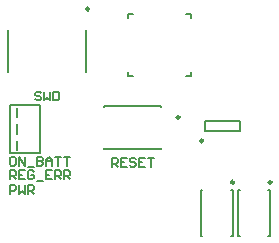
<source format=gto>
G04*
G04 #@! TF.GenerationSoftware,Altium Limited,Altium Designer,21.9.2 (33)*
G04*
G04 Layer_Color=65535*
%FSLAX25Y25*%
%MOIN*%
G70*
G04*
G04 #@! TF.SameCoordinates,1223ADA4-3529-4512-854F-09A9CE28B868*
G04*
G04*
G04 #@! TF.FilePolarity,Positive*
G04*
G01*
G75*
%ADD10C,0.01000*%
%ADD11C,0.00984*%
%ADD12C,0.00787*%
%ADD13C,0.00800*%
%ADD14C,0.00600*%
D10*
X30500Y-6500D02*
G03*
X30500Y-6500I-500J0D01*
G01*
D11*
X68504Y-50421D02*
G03*
X68504Y-50421I-492J0D01*
G01*
X60650Y-42654D02*
G03*
X60650Y-42654I-492J0D01*
G01*
X78807Y-64264D02*
G03*
X78807Y-64264I-492J0D01*
G01*
X91307D02*
G03*
X91307Y-64264I-492J0D01*
G01*
D12*
X43567Y-28933D02*
X45043D01*
X43567D02*
Y-27457D01*
Y-9543D02*
Y-8067D01*
X45043D01*
X62957D02*
X64433D01*
Y-9543D02*
Y-8067D01*
X62957Y-28933D02*
X64433D01*
Y-27457D01*
X29591Y-27488D02*
Y-13512D01*
X3409D02*
X3567D01*
X29433D02*
X29591D01*
X3409Y-27488D02*
Y-13512D01*
Y-27488D02*
X3567D01*
X29433D02*
X29591D01*
X6500Y-53575D02*
Y-50425D01*
Y-48075D02*
Y-44925D01*
X69095Y-47272D02*
Y-43728D01*
X80905Y-47272D02*
Y-43728D01*
X69095Y-47272D02*
X80905D01*
X69095Y-43728D02*
X80905D01*
X54449Y-39209D02*
Y-38913D01*
Y-53087D02*
Y-52791D01*
X35551Y-53087D02*
X54449D01*
X35551Y-39209D02*
Y-38913D01*
Y-53087D02*
Y-52791D01*
Y-38913D02*
X54449D01*
X67685Y-82177D02*
X68276D01*
X67685Y-66823D02*
X68276D01*
X77724Y-82177D02*
X78315D01*
X77724Y-66823D02*
X78315D01*
X67685Y-82177D02*
Y-66823D01*
X78315Y-82177D02*
Y-66823D01*
X80185Y-82177D02*
X80776D01*
X80185Y-66823D02*
X80776D01*
X90224Y-82177D02*
X90815D01*
X90224Y-66823D02*
X90815D01*
X80185Y-82177D02*
Y-66823D01*
X90815Y-82177D02*
Y-66823D01*
X6500Y-42575D02*
Y-39425D01*
D13*
X4000Y-54500D02*
X14000D01*
X4000D02*
Y-38500D01*
X14000D01*
Y-54500D02*
Y-38500D01*
X14501Y-34500D02*
X14001Y-34001D01*
X13001D01*
X12501Y-34500D01*
Y-35000D01*
X13001Y-35500D01*
X14001D01*
X14501Y-36000D01*
Y-36500D01*
X14001Y-36999D01*
X13001D01*
X12501Y-36500D01*
X15500Y-34001D02*
Y-36999D01*
X16500Y-36000D01*
X17500Y-36999D01*
Y-34001D01*
X18499D02*
Y-36999D01*
X19999D01*
X20499Y-36500D01*
Y-34500D01*
X19999Y-34001D01*
X18499D01*
X38002Y-59000D02*
Y-56001D01*
X39502D01*
X40002Y-56500D01*
Y-57500D01*
X39502Y-58000D01*
X38002D01*
X39002D02*
X40002Y-59000D01*
X43001Y-56001D02*
X41001D01*
Y-59000D01*
X43001D01*
X41001Y-57500D02*
X42001D01*
X46000Y-56500D02*
X45500Y-56001D01*
X44500D01*
X44000Y-56500D01*
Y-57000D01*
X44500Y-57500D01*
X45500D01*
X46000Y-58000D01*
Y-58500D01*
X45500Y-59000D01*
X44500D01*
X44000Y-58500D01*
X48999Y-56001D02*
X46999D01*
Y-59000D01*
X48999D01*
X46999Y-57500D02*
X47999D01*
X49998Y-56001D02*
X51998D01*
X50998D01*
Y-59000D01*
D14*
X4100Y-68000D02*
Y-65000D01*
X5599D01*
X6099Y-65500D01*
Y-66500D01*
X5599Y-67000D01*
X4100D01*
X7099Y-65000D02*
Y-68000D01*
X8099Y-67000D01*
X9098Y-68000D01*
Y-65000D01*
X10098Y-68000D02*
Y-65000D01*
X11598D01*
X12097Y-65500D01*
Y-66500D01*
X11598Y-67000D01*
X10098D01*
X11098D02*
X12097Y-68000D01*
X4100Y-63250D02*
Y-60251D01*
X5599D01*
X6099Y-60750D01*
Y-61750D01*
X5599Y-62250D01*
X4100D01*
X5100D02*
X6099Y-63250D01*
X9098Y-60251D02*
X7099D01*
Y-63250D01*
X9098D01*
X7099Y-61750D02*
X8099D01*
X12097Y-60750D02*
X11598Y-60251D01*
X10598D01*
X10098Y-60750D01*
Y-62750D01*
X10598Y-63250D01*
X11598D01*
X12097Y-62750D01*
Y-61750D01*
X11098D01*
X13097Y-63749D02*
X15096D01*
X18095Y-60251D02*
X16096D01*
Y-63250D01*
X18095D01*
X16096Y-61750D02*
X17096D01*
X19095Y-63250D02*
Y-60251D01*
X20595D01*
X21094Y-60750D01*
Y-61750D01*
X20595Y-62250D01*
X19095D01*
X20095D02*
X21094Y-63250D01*
X22094D02*
Y-60251D01*
X23594D01*
X24093Y-60750D01*
Y-61750D01*
X23594Y-62250D01*
X22094D01*
X23094D02*
X24093Y-63250D01*
X5599Y-55751D02*
X4600D01*
X4100Y-56250D01*
Y-58250D01*
X4600Y-58750D01*
X5599D01*
X6099Y-58250D01*
Y-56250D01*
X5599Y-55751D01*
X7099Y-58750D02*
Y-55751D01*
X9098Y-58750D01*
Y-55751D01*
X10098Y-59249D02*
X12097D01*
X13097Y-55751D02*
Y-58750D01*
X14597D01*
X15096Y-58250D01*
Y-57750D01*
X14597Y-57250D01*
X13097D01*
X14597D01*
X15096Y-56750D01*
Y-56250D01*
X14597Y-55751D01*
X13097D01*
X16096Y-58750D02*
Y-56750D01*
X17096Y-55751D01*
X18095Y-56750D01*
Y-58750D01*
Y-57250D01*
X16096D01*
X19095Y-55751D02*
X21094D01*
X20095D01*
Y-58750D01*
X22094Y-55751D02*
X24093D01*
X23094D01*
Y-58750D01*
M02*

</source>
